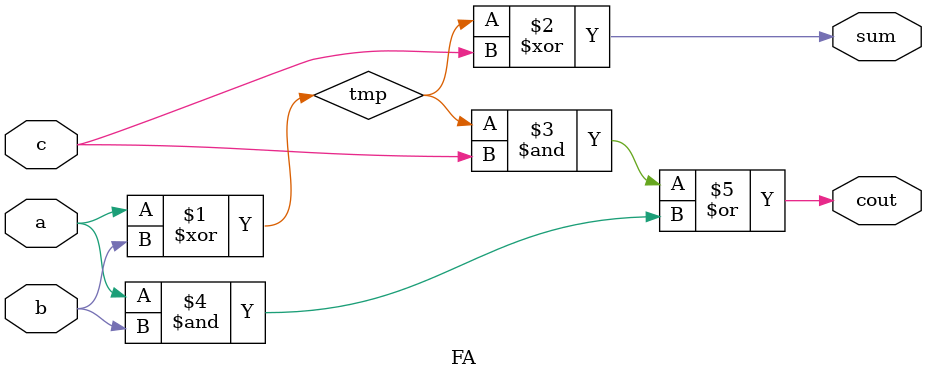
<source format=v>
`timescale 1ns/1ns
module FA(a, b, c, cout, sum);

    input a, b, c;
    output cout, sum;

    wire tmp;


    assign tmp = a^b;
    assign sum = tmp^c;
    assign cout = (tmp&c)|(a&b);

endmodule


</source>
